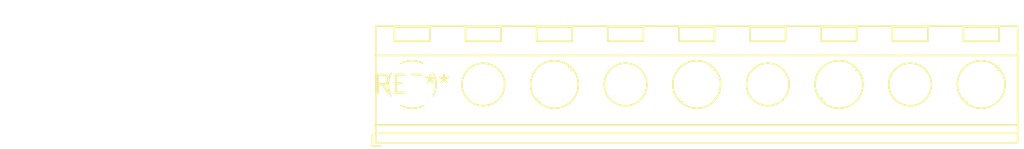
<source format=kicad_pcb>
(kicad_pcb (version 20240108) (generator pcbnew)
  (layers (0 "F.Cu" signal) (31 "B.Cu" signal) (34 "B.Paste" user) (35 "F.Paste" user) (36 "B.SilkS" user "B.Silkscreen") (37 "F.SilkS" user "F.Silkscreen") (38 "B.Mask" user) (39 "F.Mask" user) (44 "Edge.Cuts" user))
  (net 0 "")
  (footprint "TerminalBlock_RND_205-00301_1x05_P10.00mm_Horizontal" (layer "F.Cu") (at 0 0)
    (property "Reference" "REF**")
    (property "Value" "TerminalBlock_RND_205-00301_1x05_P10.00mm_Horizontal")
    (fp_line (start -2.8 3.51) (end -2.8 4.35) (layer "F.SilkS") (stroke (width 0.12)))
    (fp_line (start -2.8 4.35) (end -2.2 4.35) (layer "F.SilkS") (stroke (width 0.12)))
    (fp_line (start -2.56 -4.11) (end -2.56 4.11) (layer "F.SilkS") (stroke (width 0.12)))
    (fp_line (start -2.56 -4.11) (end 42.56 -4.11) (layer "F.SilkS") (stroke (width 0.12)))
    (fp_line (start -2.56 -2.05) (end 42.56 -2.05) (layer "F.SilkS") (stroke (width 0.12)))
    (fp_line (start -2.56 2.85) (end 42.56 2.85) (layer "F.SilkS") (stroke (width 0.12)))
    (fp_line (start -2.56 3.45) (end 42.56 3.45) (layer "F.SilkS") (stroke (width 0.12)))
    (fp_line (start -2.56 4.11) (end 42.56 4.11) (layer "F.SilkS") (stroke (width 0.12)))
    (fp_line (start -1.25 -4.05) (end -1.25 -3.05) (layer "F.SilkS") (stroke (width 0.12)))
    (fp_line (start -1.25 -4.05) (end 1.25 -4.05) (layer "F.SilkS") (stroke (width 0.12)))
    (fp_line (start -1.25 -3.05) (end 1.25 -3.05) (layer "F.SilkS") (stroke (width 0.12)))
    (fp_line (start 1.25 -4.05) (end 1.25 -3.05) (layer "F.SilkS") (stroke (width 0.12)))
    (fp_line (start 3.75 -4.05) (end 3.75 -3.05) (layer "F.SilkS") (stroke (width 0.12)))
    (fp_line (start 3.75 -4.05) (end 6.25 -4.05) (layer "F.SilkS") (stroke (width 0.12)))
    (fp_line (start 3.75 -3.05) (end 6.25 -3.05) (layer "F.SilkS") (stroke (width 0.12)))
    (fp_line (start 6.25 -4.05) (end 6.25 -3.05) (layer "F.SilkS") (stroke (width 0.12)))
    (fp_line (start 8.75 -4.05) (end 8.75 -3.05) (layer "F.SilkS") (stroke (width 0.12)))
    (fp_line (start 8.75 -4.05) (end 11.25 -4.05) (layer "F.SilkS") (stroke (width 0.12)))
    (fp_line (start 8.75 -3.05) (end 11.25 -3.05) (layer "F.SilkS") (stroke (width 0.12)))
    (fp_line (start 8.82 0.976) (end 8.726 1.069) (layer "F.SilkS") (stroke (width 0.12)))
    (fp_line (start 8.99 1.216) (end 8.931 1.274) (layer "F.SilkS") (stroke (width 0.12)))
    (fp_line (start 11.07 -1.275) (end 11.011 -1.216) (layer "F.SilkS") (stroke (width 0.12)))
    (fp_line (start 11.25 -4.05) (end 11.25 -3.05) (layer "F.SilkS") (stroke (width 0.12)))
    (fp_line (start 11.275 -1.069) (end 11.181 -0.976) (layer "F.SilkS") (stroke (width 0.12)))
    (fp_line (start 13.75 -4.05) (end 13.75 -3.05) (layer "F.SilkS") (stroke (width 0.12)))
    (fp_line (start 13.75 -4.05) (end 16.25 -4.05) (layer "F.SilkS") (stroke (width 0.12)))
    (fp_line (start 13.75 -3.05) (end 16.25 -3.05) (layer "F.SilkS") (stroke (width 0.12)))
    (fp_line (start 16.25 -4.05) (end 16.25 -3.05) (layer "F.SilkS") (stroke (width 0.12)))
    (fp_line (start 18.75 -4.05) (end 18.75 -3.05) (layer "F.SilkS") (stroke (width 0.12)))
    (fp_line (start 18.75 -4.05) (end 21.25 -4.05) (layer "F.SilkS") (stroke (width 0.12)))
    (fp_line (start 18.75 -3.05) (end 21.25 -3.05) (layer "F.SilkS") (stroke (width 0.12)))
    (fp_line (start 18.82 0.976) (end 18.726 1.069) (layer "F.SilkS") (stroke (width 0.12)))
    (fp_line (start 18.99 1.216) (end 18.931 1.274) (layer "F.SilkS") (stroke (width 0.12)))
    (fp_line (start 21.07 -1.275) (end 21.011 -1.216) (layer "F.SilkS") (stroke (width 0.12)))
    (fp_line (start 21.25 -4.05) (end 21.25 -3.05) (layer "F.SilkS") (stroke (width 0.12)))
    (fp_line (start 21.275 -1.069) (end 21.181 -0.976) (layer "F.SilkS") (stroke (width 0.12)))
    (fp_line (start 23.75 -4.05) (end 23.75 -3.05) (layer "F.SilkS") (stroke (width 0.12)))
    (fp_line (start 23.75 -4.05) (end 26.25 -4.05) (layer "F.SilkS") (stroke (width 0.12)))
    (fp_line (start 23.75 -3.05) (end 26.25 -3.05) (layer "F.SilkS") (stroke (width 0.12)))
    (fp_line (start 26.25 -4.05) (end 26.25 -3.05) (layer "F.SilkS") (stroke (width 0.12)))
    (fp_line (start 28.75 -4.05) (end 28.75 -3.05) (layer "F.SilkS") (stroke (width 0.12)))
    (fp_line (start 28.75 -4.05) (end 31.25 -4.05) (layer "F.SilkS") (stroke (width 0.12)))
    (fp_line (start 28.75 -3.05) (end 31.25 -3.05) (layer "F.SilkS") (stroke (width 0.12)))
    (fp_line (start 28.82 0.976) (end 28.726 1.069) (layer "F.SilkS") (stroke (width 0.12)))
    (fp_line (start 28.99 1.216) (end 28.931 1.274) (layer "F.SilkS") (stroke (width 0.12)))
    (fp_line (start 31.07 -1.275) (end 31.011 -1.216) (layer "F.SilkS") (stroke (width 0.12)))
    (fp_line (start 31.25 -4.05) (end 31.25 -3.05) (layer "F.SilkS") (stroke (width 0.12)))
    (fp_line (start 31.275 -1.069) (end 31.181 -0.976) (layer "F.SilkS") (stroke (width 0.12)))
    (fp_line (start 33.75 -4.05) (end 33.75 -3.05) (layer "F.SilkS") (stroke (width 0.12)))
    (fp_line (start 33.75 -4.05) (end 36.25 -4.05) (layer "F.SilkS") (stroke (width 0.12)))
    (fp_line (start 33.75 -3.05) (end 36.25 -3.05) (layer "F.SilkS") (stroke (width 0.12)))
    (fp_line (start 36.25 -4.05) (end 36.25 -3.05) (layer "F.SilkS") (stroke (width 0.12)))
    (fp_line (start 38.75 -4.05) (end 38.75 -3.05) (layer "F.SilkS") (stroke (width 0.12)))
    (fp_line (start 38.75 -4.05) (end 41.25 -4.05) (layer "F.SilkS") (stroke (width 0.12)))
    (fp_line (start 38.75 -3.05) (end 41.25 -3.05) (layer "F.SilkS") (stroke (width 0.12)))
    (fp_line (start 38.82 0.976) (end 38.726 1.069) (layer "F.SilkS") (stroke (width 0.12)))
    (fp_line (start 38.99 1.216) (end 38.931 1.274) (layer "F.SilkS") (stroke (width 0.12)))
    (fp_line (start 41.07 -1.275) (end 41.011 -1.216) (layer "F.SilkS") (stroke (width 0.12)))
    (fp_line (start 41.25 -4.05) (end 41.25 -3.05) (layer "F.SilkS") (stroke (width 0.12)))
    (fp_line (start 41.275 -1.069) (end 41.181 -0.976) (layer "F.SilkS") (stroke (width 0.12)))
    (fp_line (start 42.56 -4.11) (end 42.56 4.11) (layer "F.SilkS") (stroke (width 0.12)))
    (fp_arc (start -1.483953 0.789089) (mid -1.680708 5e-05) (end -1.484 -0.789) (layer "F.SilkS") (stroke (width 0.12)))
    (fp_arc (start -0.789089 -1.483953) (mid -5e-05 -1.680708) (end 0.789 -1.484) (layer "F.SilkS") (stroke (width 0.12)))
    (fp_arc (start 0.029383 1.68045) (mid -0.392304 1.634281) (end -0.789 1.484) (layer "F.SilkS") (stroke (width 0.12)))
    (fp_arc (start 0.788712 1.483352) (mid 0.406429 1.630097) (end 0 1.68) (layer "F.SilkS") (stroke (width 0.12)))
    (fp_arc (start 1.483953 -0.789089) (mid 1.680708 -5e-05) (end 1.484 0.789) (layer "F.SilkS") (stroke (width 0.12)))
    (fp_circle (center 5 0) (end 6.5 0) (layer "F.SilkS") (stroke (width 0.12)) (fill none))
    (fp_circle (center 10 0) (end 11.68 0) (layer "F.SilkS") (stroke (width 0.12)) (fill none))
    (fp_circle (center 15 0) (end 16.5 0) (layer "F.SilkS") (stroke (width 0.12)) (fill none))
    (fp_circle (center 20 0) (end 21.68 0) (layer "F.SilkS") (stroke (width 0.12)) (fill none))
    (fp_circle (center 25 0) (end 26.5 0) (layer "F.SilkS") (stroke (width 0.12)) (fill none))
    (fp_circle (center 30 0) (end 31.68 0) (layer "F.SilkS") (stroke (width 0.12)) (fill none))
    (fp_circle (center 35 0) (end 36.5 0) (layer "F.SilkS") (stroke (width 0.12)) (fill none))
    (fp_circle (center 40 0) (end 41.68 0) (layer "F.SilkS") (stroke (width 0.12)) (fill none))
    (pad "1" thru_hole rect (at 0 0) (size 2.5 2.5) (drill 1.3) (layers *.Cu *.Mask) (remove_unused_layers))
    (pad "2" thru_hole circle (at 10 0) (size 2.5 2.5) (drill 1.3) (layers *.Cu *.Mask) (remove_unused_layers))
    (pad "3" thru_hole circle (at 20 0) (size 2.5 2.5) (drill 1.3) (layers *.Cu *.Mask) (remove_unused_layers))
    (pad "4" thru_hole circle (at 30 0) (size 2.5 2.5) (drill 1.3) (layers *.Cu *.Mask) (remove_unused_layers))
    (pad "5" thru_hole circle (at 40 0) (size 2.5 2.5) (drill 1.3) (layers *.Cu *.Mask) (remove_unused_layers))
  )
)
</source>
